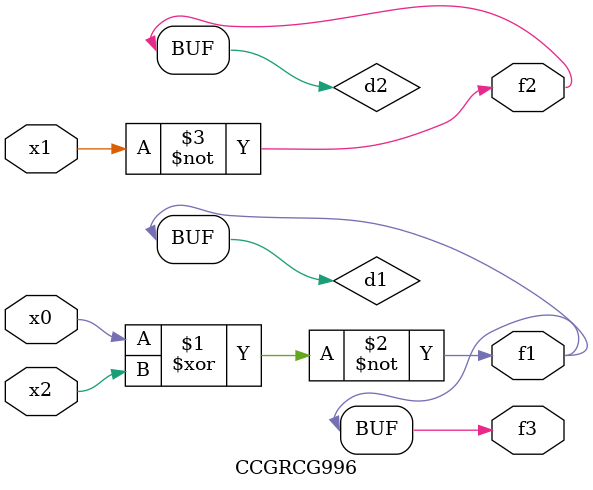
<source format=v>
module CCGRCG996(
	input x0, x1, x2,
	output f1, f2, f3
);

	wire d1, d2, d3;

	xnor (d1, x0, x2);
	nand (d2, x1);
	nor (d3, x1, x2);
	assign f1 = d1;
	assign f2 = d2;
	assign f3 = d1;
endmodule

</source>
